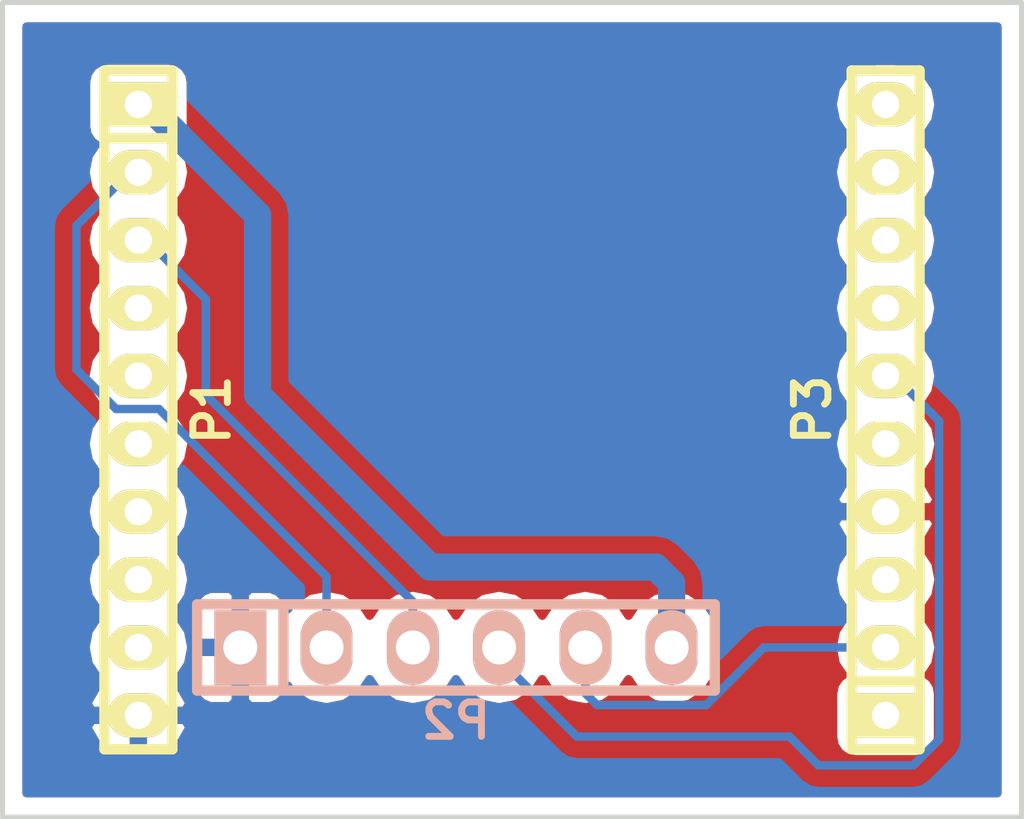
<source format=kicad_pcb>
(kicad_pcb (version 4) (host pcbnew 4.0.2+dfsg1-stable)

  (general
    (links 7)
    (no_connects 1)
    (area 135.924999 86.924999 166.075001 111.075001)
    (thickness 1.6)
    (drawings 4)
    (tracks 34)
    (zones 0)
    (modules 3)
    (nets 7)
  )

  (page A4)
  (layers
    (0 F.Cu signal)
    (31 B.Cu signal)
    (32 B.Adhes user)
    (33 F.Adhes user)
    (34 B.Paste user)
    (35 F.Paste user)
    (36 B.SilkS user)
    (37 F.SilkS user)
    (38 B.Mask user)
    (39 F.Mask user)
    (40 Dwgs.User user)
    (41 Cmts.User user)
    (42 Eco1.User user)
    (43 Eco2.User user)
    (44 Edge.Cuts user)
    (45 Margin user)
    (46 B.CrtYd user)
    (47 F.CrtYd user)
    (48 B.Fab user)
    (49 F.Fab user)
  )

  (setup
    (last_trace_width 0.25)
    (trace_clearance 0.2)
    (zone_clearance 0.508)
    (zone_45_only no)
    (trace_min 0.2)
    (segment_width 0.2)
    (edge_width 0.15)
    (via_size 0.8)
    (via_drill 0.6)
    (via_min_size 0.4)
    (via_min_drill 0.3)
    (uvia_size 0.3)
    (uvia_drill 0.1)
    (uvias_allowed no)
    (uvia_min_size 0.2)
    (uvia_min_drill 0.1)
    (pcb_text_width 0.3)
    (pcb_text_size 1.5 1.5)
    (mod_edge_width 0.15)
    (mod_text_size 1 1)
    (mod_text_width 0.15)
    (pad_size 1.524 1.524)
    (pad_drill 0.762)
    (pad_to_mask_clearance 0.2)
    (aux_axis_origin 0 0)
    (visible_elements FFFFFF7F)
    (pcbplotparams
      (layerselection 0x00030_80000001)
      (usegerberextensions false)
      (excludeedgelayer true)
      (linewidth 0.100000)
      (plotframeref false)
      (viasonmask false)
      (mode 1)
      (useauxorigin false)
      (hpglpennumber 1)
      (hpglpenspeed 20)
      (hpglpendiameter 15)
      (hpglpenoverlay 2)
      (psnegative false)
      (psa4output false)
      (plotreference true)
      (plotvalue true)
      (plotinvisibletext false)
      (padsonsilk false)
      (subtractmaskfromsilk false)
      (outputformat 1)
      (mirror false)
      (drillshape 1)
      (scaleselection 1)
      (outputdirectory ""))
  )

  (net 0 "")
  (net 1 +3V3)
  (net 2 /XBEE_DOUT)
  (net 3 /XBEE_DIN)
  (net 4 GND)
  (net 5 /XBEE_RTS)
  (net 6 /XBEE_CTS)

  (net_class Default "This is the default net class."
    (clearance 0.2)
    (trace_width 0.25)
    (via_dia 0.8)
    (via_drill 0.6)
    (uvia_dia 0.3)
    (uvia_drill 0.1)
    (add_net /XBEE_CTS)
    (add_net /XBEE_DIN)
    (add_net /XBEE_DOUT)
    (add_net /XBEE_RTS)
  )

  (net_class Power ""
    (clearance 0.2)
    (trace_width 0.8)
    (via_dia 1)
    (via_drill 0.8)
    (uvia_dia 0.3)
    (uvia_drill 0.1)
    (add_net +3V3)
    (add_net GND)
  )

  (module w_pin_strip:pin_socket_2mm_10 (layer F.Cu) (tedit 0) (tstamp 577FC92B)
    (at 140 99 270)
    (descr "Pin socket 2mm 10pin")
    (tags "CONN DEV")
    (path /577FC84A)
    (fp_text reference P1 (at 0 -2.159 270) (layer F.SilkS)
      (effects (font (size 1.016 1.016) (thickness 0.2032)))
    )
    (fp_text value CONN_01X10 (at 0.254 -3.556 270) (layer F.SilkS) hide
      (effects (font (size 1.016 0.889) (thickness 0.2032)))
    )
    (fp_line (start 10 -1) (end 10 1) (layer F.SilkS) (width 0.3048))
    (fp_line (start 10 1) (end -10 1) (layer F.SilkS) (width 0.3048))
    (fp_line (start -10 -1) (end 10 -1) (layer F.SilkS) (width 0.3048))
    (fp_line (start -10 1) (end -10 -1) (layer F.SilkS) (width 0.3048))
    (fp_line (start -8 -1) (end -8 1) (layer F.SilkS) (width 0.3048))
    (pad 1 thru_hole rect (at -9 0 270) (size 1.3 1.8) (drill 0.8) (layers *.Cu *.Mask F.SilkS)
      (net 1 +3V3))
    (pad 2 thru_hole oval (at -7 0 270) (size 1.3 1.8) (drill 0.8) (layers *.Cu *.Mask F.SilkS)
      (net 2 /XBEE_DOUT))
    (pad 3 thru_hole oval (at -5 0 270) (size 1.3 1.8) (drill 0.8) (layers *.Cu *.Mask F.SilkS)
      (net 3 /XBEE_DIN))
    (pad 4 thru_hole oval (at -3 0 270) (size 1.3 1.8) (drill 0.8) (layers *.Cu *.Mask F.SilkS))
    (pad 5 thru_hole oval (at -1 0 270) (size 1.3 1.8) (drill 0.8) (layers *.Cu *.Mask F.SilkS))
    (pad 6 thru_hole oval (at 1 0 270) (size 1.3 1.8) (drill 0.8) (layers *.Cu *.Mask F.SilkS))
    (pad 7 thru_hole oval (at 3 0 270) (size 1.3 1.8) (drill 0.8) (layers *.Cu *.Mask F.SilkS))
    (pad 8 thru_hole oval (at 5 0 270) (size 1.3 1.8) (drill 0.8) (layers *.Cu *.Mask F.SilkS))
    (pad 9 thru_hole oval (at 7 0 270) (size 1.3 1.8) (drill 0.8) (layers *.Cu *.Mask F.SilkS))
    (pad 10 thru_hole oval (at 9 0 270) (size 1.3 1.8) (drill 0.8) (layers *.Cu *.Mask F.SilkS)
      (net 4 GND))
    (model walter/pin_strip/pin_socket_2mm_10.wrl
      (at (xyz 0 0 0))
      (scale (xyz 1 1 1))
      (rotate (xyz 0 0 0))
    )
  )

  (module w_pin_strip:pin_socket_6 (layer B.Cu) (tedit 0) (tstamp 577FC935)
    (at 149.35 106)
    (descr "Pin socket 6pin")
    (tags "CONN DEV")
    (path /577FC8D9)
    (fp_text reference P2 (at 0 2.159) (layer B.SilkS)
      (effects (font (size 1.016 1.016) (thickness 0.2032)) (justify mirror))
    )
    (fp_text value CONN_01X06 (at 0.254 3.556) (layer B.SilkS) hide
      (effects (font (size 1.016 0.889) (thickness 0.2032)) (justify mirror))
    )
    (fp_line (start -5.08 1.27) (end -5.08 -1.27) (layer B.SilkS) (width 0.3048))
    (fp_line (start -7.62 -1.27) (end -7.62 1.27) (layer B.SilkS) (width 0.3048))
    (fp_line (start -7.62 1.27) (end 7.62 1.27) (layer B.SilkS) (width 0.3048))
    (fp_line (start 7.62 1.27) (end 7.62 -1.27) (layer B.SilkS) (width 0.3048))
    (fp_line (start 7.62 -1.27) (end -7.62 -1.27) (layer B.SilkS) (width 0.3048))
    (pad 1 thru_hole rect (at -6.35 0) (size 1.524 2.19964) (drill 1.00076) (layers *.Cu *.Mask B.SilkS)
      (net 4 GND))
    (pad 2 thru_hole oval (at -3.81 0) (size 1.524 2.19964) (drill 1.00076) (layers *.Cu *.Mask B.SilkS)
      (net 2 /XBEE_DOUT))
    (pad 3 thru_hole oval (at -1.27 0) (size 1.524 2.19964) (drill 1.00076) (layers *.Cu *.Mask B.SilkS)
      (net 3 /XBEE_DIN))
    (pad 4 thru_hole oval (at 1.27 0) (size 1.524 2.19964) (drill 1.00076) (layers *.Cu *.Mask B.SilkS)
      (net 5 /XBEE_RTS))
    (pad 5 thru_hole oval (at 3.81 0) (size 1.524 2.19964) (drill 1.00076) (layers *.Cu *.Mask B.SilkS)
      (net 6 /XBEE_CTS))
    (pad 6 thru_hole oval (at 6.35 0) (size 1.524 2.19964) (drill 1.00076) (layers *.Cu *.Mask B.SilkS)
      (net 1 +3V3))
    (model walter/pin_strip/pin_socket_6.wrl
      (at (xyz 0 0 0))
      (scale (xyz 1 1 1))
      (rotate (xyz 0 0 0))
    )
  )

  (module w_pin_strip:pin_socket_2mm_10 (layer F.Cu) (tedit 0) (tstamp 577FC943)
    (at 162 99 90)
    (descr "Pin socket 2mm 10pin")
    (tags "CONN DEV")
    (path /577FC819)
    (fp_text reference P3 (at 0 -2.159 90) (layer F.SilkS)
      (effects (font (size 1.016 1.016) (thickness 0.2032)))
    )
    (fp_text value CONN_01X10 (at 0.254 -3.556 90) (layer F.SilkS) hide
      (effects (font (size 1.016 0.889) (thickness 0.2032)))
    )
    (fp_line (start 10 -1) (end 10 1) (layer F.SilkS) (width 0.3048))
    (fp_line (start 10 1) (end -10 1) (layer F.SilkS) (width 0.3048))
    (fp_line (start -10 -1) (end 10 -1) (layer F.SilkS) (width 0.3048))
    (fp_line (start -10 1) (end -10 -1) (layer F.SilkS) (width 0.3048))
    (fp_line (start -8 -1) (end -8 1) (layer F.SilkS) (width 0.3048))
    (pad 1 thru_hole rect (at -9 0 90) (size 1.3 1.8) (drill 0.8) (layers *.Cu *.Mask F.SilkS))
    (pad 2 thru_hole oval (at -7 0 90) (size 1.3 1.8) (drill 0.8) (layers *.Cu *.Mask F.SilkS)
      (net 6 /XBEE_CTS))
    (pad 3 thru_hole oval (at -5 0 90) (size 1.3 1.8) (drill 0.8) (layers *.Cu *.Mask F.SilkS))
    (pad 4 thru_hole oval (at -3 0 90) (size 1.3 1.8) (drill 0.8) (layers *.Cu *.Mask F.SilkS)
      (net 4 GND))
    (pad 5 thru_hole oval (at -1 0 90) (size 1.3 1.8) (drill 0.8) (layers *.Cu *.Mask F.SilkS))
    (pad 6 thru_hole oval (at 1 0 90) (size 1.3 1.8) (drill 0.8) (layers *.Cu *.Mask F.SilkS)
      (net 5 /XBEE_RTS))
    (pad 7 thru_hole oval (at 3 0 90) (size 1.3 1.8) (drill 0.8) (layers *.Cu *.Mask F.SilkS))
    (pad 8 thru_hole oval (at 5 0 90) (size 1.3 1.8) (drill 0.8) (layers *.Cu *.Mask F.SilkS))
    (pad 9 thru_hole oval (at 7 0 90) (size 1.3 1.8) (drill 0.8) (layers *.Cu *.Mask F.SilkS))
    (pad 10 thru_hole oval (at 9 0 90) (size 1.3 1.8) (drill 0.8) (layers *.Cu *.Mask F.SilkS))
    (model walter/pin_strip/pin_socket_2mm_10.wrl
      (at (xyz 0 0 0))
      (scale (xyz 1 1 1))
      (rotate (xyz 0 0 0))
    )
  )

  (gr_line (start 136 111) (end 136 87) (layer Edge.Cuts) (width 0.15))
  (gr_line (start 166 111) (end 136 111) (layer Edge.Cuts) (width 0.15))
  (gr_line (start 166 87) (end 166 111) (layer Edge.Cuts) (width 0.15))
  (gr_line (start 136 87) (end 166 87) (layer Edge.Cuts) (width 0.15))

  (segment (start 143.51 98.552) (end 143.51 93.26) (width 0.8) (layer B.Cu) (net 1))
  (segment (start 143.51 93.26) (end 140.25 90) (width 0.8) (layer B.Cu) (net 1))
  (segment (start 140.25 90) (end 140 90) (width 0.8) (layer B.Cu) (net 1))
  (segment (start 148.59 103.632) (end 143.51 98.552) (width 0.8) (layer B.Cu) (net 1))
  (segment (start 155.23182 103.632) (end 148.59 103.632) (width 0.8) (layer B.Cu) (net 1))
  (segment (start 155.7 106) (end 155.7 104.10018) (width 0.8) (layer B.Cu) (net 1))
  (segment (start 155.7 104.10018) (end 155.23182 103.632) (width 0.8) (layer B.Cu) (net 1))
  (segment (start 138.176 97.804872) (end 138.176 93.574) (width 0.25) (layer B.Cu) (net 2))
  (segment (start 138.176 93.574) (end 139.75 92) (width 0.25) (layer B.Cu) (net 2))
  (segment (start 139.75 92) (end 140 92) (width 0.25) (layer B.Cu) (net 2))
  (segment (start 145.54 106) (end 145.54 103.911128) (width 0.25) (layer B.Cu) (net 2))
  (segment (start 140.603882 98.97501) (end 139.346138 98.97501) (width 0.25) (layer B.Cu) (net 2))
  (segment (start 145.54 103.911128) (end 140.603882 98.97501) (width 0.25) (layer B.Cu) (net 2))
  (segment (start 139.346138 98.97501) (end 138.176 97.804872) (width 0.25) (layer B.Cu) (net 2))
  (segment (start 141.986 98.55618) (end 141.986 95.736) (width 0.25) (layer B.Cu) (net 3))
  (segment (start 141.986 95.736) (end 140.25 94) (width 0.25) (layer B.Cu) (net 3))
  (segment (start 140.25 94) (end 140 94) (width 0.25) (layer B.Cu) (net 3))
  (segment (start 148.08 106) (end 148.08 104.65018) (width 0.25) (layer B.Cu) (net 3))
  (segment (start 148.08 104.65018) (end 141.986 98.55618) (width 0.25) (layer B.Cu) (net 3))
  (segment (start 150.62 106) (end 150.62 106.33782) (width 0.25) (layer B.Cu) (net 5))
  (segment (start 160.02 109.474) (end 162.814 109.474) (width 0.25) (layer B.Cu) (net 5))
  (segment (start 163.576 99.326) (end 162.25 98) (width 0.25) (layer B.Cu) (net 5))
  (segment (start 150.62 106.33782) (end 152.908 108.62582) (width 0.25) (layer B.Cu) (net 5))
  (segment (start 152.908 108.62582) (end 159.17182 108.62582) (width 0.25) (layer B.Cu) (net 5))
  (segment (start 159.17182 108.62582) (end 160.02 109.474) (width 0.25) (layer B.Cu) (net 5))
  (segment (start 162.25 98) (end 162 98) (width 0.25) (layer B.Cu) (net 5))
  (segment (start 162.814 109.474) (end 163.576 108.712) (width 0.25) (layer B.Cu) (net 5))
  (segment (start 163.576 108.712) (end 163.576 99.326) (width 0.25) (layer B.Cu) (net 5))
  (segment (start 156.718 107.696) (end 158.414 106) (width 0.25) (layer B.Cu) (net 6))
  (segment (start 158.414 106) (end 162 106) (width 0.25) (layer B.Cu) (net 6))
  (segment (start 153.50618 107.696) (end 156.718 107.696) (width 0.25) (layer B.Cu) (net 6))
  (segment (start 153.16 106) (end 153.16 107.34982) (width 0.25) (layer B.Cu) (net 6))
  (segment (start 153.16 107.34982) (end 153.50618 107.696) (width 0.25) (layer B.Cu) (net 6))
  (segment (start 162.25 106) (end 162 106) (width 0.25) (layer B.Cu) (net 6) (status 30))

  (zone (net 4) (net_name GND) (layer B.Cu) (tstamp 0) (hatch edge 0.508)
    (connect_pads (clearance 0.508))
    (min_thickness 0.254)
    (fill yes (arc_segments 16) (thermal_gap 0.508) (thermal_bridge_width 0.508))
    (polygon
      (pts
        (xy 136 87) (xy 166 87) (xy 166 111) (xy 136 111)
      )
    )
    (filled_polygon
      (pts
        (xy 165.29 110.29) (xy 136.71 110.29) (xy 136.71 108.325471) (xy 138.506901 108.325471) (xy 138.523333 108.420991)
        (xy 138.777814 108.85837) (xy 139.180301 109.16507) (xy 139.66952 109.294399) (xy 139.873 109.132303) (xy 139.873 108.127)
        (xy 140.127 108.127) (xy 140.127 109.132303) (xy 140.33048 109.294399) (xy 140.819699 109.16507) (xy 141.222186 108.85837)
        (xy 141.476667 108.420991) (xy 141.493099 108.325471) (xy 141.369067 108.127) (xy 140.127 108.127) (xy 139.873 108.127)
        (xy 138.630933 108.127) (xy 138.506901 108.325471) (xy 136.71 108.325471) (xy 136.71 93.574) (xy 137.416 93.574)
        (xy 137.416 97.804872) (xy 137.473852 98.095711) (xy 137.638599 98.342273) (xy 138.641625 99.345299) (xy 138.532743 99.508252)
        (xy 138.434928 100) (xy 138.532743 100.491748) (xy 138.811296 100.908632) (xy 138.948038 101) (xy 138.811296 101.091368)
        (xy 138.532743 101.508252) (xy 138.434928 102) (xy 138.532743 102.491748) (xy 138.811296 102.908632) (xy 138.948038 103)
        (xy 138.811296 103.091368) (xy 138.532743 103.508252) (xy 138.434928 104) (xy 138.532743 104.491748) (xy 138.811296 104.908632)
        (xy 138.948038 105) (xy 138.811296 105.091368) (xy 138.532743 105.508252) (xy 138.434928 106) (xy 138.532743 106.491748)
        (xy 138.811296 106.908632) (xy 138.956371 107.005568) (xy 138.777814 107.14163) (xy 138.523333 107.579009) (xy 138.506901 107.674529)
        (xy 138.630933 107.873) (xy 139.873 107.873) (xy 139.873 107.853) (xy 140.127 107.853) (xy 140.127 107.873)
        (xy 141.369067 107.873) (xy 141.493099 107.674529) (xy 141.476667 107.579009) (xy 141.222186 107.14163) (xy 141.043629 107.005568)
        (xy 141.188704 106.908632) (xy 141.467257 106.491748) (xy 141.508232 106.28575) (xy 141.603 106.28575) (xy 141.603 107.22613)
        (xy 141.699673 107.459519) (xy 141.878302 107.638147) (xy 142.111691 107.73482) (xy 142.71425 107.73482) (xy 142.873 107.57607)
        (xy 142.873 106.127) (xy 141.76175 106.127) (xy 141.603 106.28575) (xy 141.508232 106.28575) (xy 141.565072 106)
        (xy 141.467257 105.508252) (xy 141.188704 105.091368) (xy 141.051962 105) (xy 141.188704 104.908632) (xy 141.278749 104.77387)
        (xy 141.603 104.77387) (xy 141.603 105.71425) (xy 141.76175 105.873) (xy 142.873 105.873) (xy 142.873 104.42393)
        (xy 142.71425 104.26518) (xy 142.111691 104.26518) (xy 141.878302 104.361853) (xy 141.699673 104.540481) (xy 141.603 104.77387)
        (xy 141.278749 104.77387) (xy 141.467257 104.491748) (xy 141.565072 104) (xy 141.467257 103.508252) (xy 141.188704 103.091368)
        (xy 141.051962 103) (xy 141.188704 102.908632) (xy 141.467257 102.491748) (xy 141.565072 102) (xy 141.467257 101.508252)
        (xy 141.188704 101.091368) (xy 141.051962 101) (xy 141.188704 100.908632) (xy 141.298452 100.744382) (xy 144.78 104.22593)
        (xy 144.78 104.488135) (xy 144.552172 104.640365) (xy 144.397 104.872596) (xy 144.397 104.77387) (xy 144.300327 104.540481)
        (xy 144.121698 104.361853) (xy 143.888309 104.26518) (xy 143.28575 104.26518) (xy 143.127 104.42393) (xy 143.127 105.873)
        (xy 143.147 105.873) (xy 143.147 106.127) (xy 143.127 106.127) (xy 143.127 107.57607) (xy 143.28575 107.73482)
        (xy 143.888309 107.73482) (xy 144.121698 107.638147) (xy 144.300327 107.459519) (xy 144.397 107.22613) (xy 144.397 107.127404)
        (xy 144.552172 107.359635) (xy 145.005391 107.662467) (xy 145.54 107.768807) (xy 146.074609 107.662467) (xy 146.527828 107.359635)
        (xy 146.81 106.937336) (xy 147.092172 107.359635) (xy 147.545391 107.662467) (xy 148.08 107.768807) (xy 148.614609 107.662467)
        (xy 149.067828 107.359635) (xy 149.35 106.937336) (xy 149.632172 107.359635) (xy 150.085391 107.662467) (xy 150.62 107.768807)
        (xy 150.91709 107.709712) (xy 152.370599 109.163221) (xy 152.617161 109.327968) (xy 152.908 109.38582) (xy 158.857018 109.38582)
        (xy 159.482599 110.011401) (xy 159.729161 110.176148) (xy 160.02 110.234) (xy 162.814 110.234) (xy 163.104839 110.176148)
        (xy 163.351401 110.011401) (xy 164.113401 109.249401) (xy 164.278148 109.002839) (xy 164.336 108.712) (xy 164.336 99.326)
        (xy 164.289769 99.093581) (xy 164.278148 99.03516) (xy 164.113401 98.788599) (xy 163.525209 98.200407) (xy 163.565072 98)
        (xy 163.467257 97.508252) (xy 163.188704 97.091368) (xy 163.051962 97) (xy 163.188704 96.908632) (xy 163.467257 96.491748)
        (xy 163.565072 96) (xy 163.467257 95.508252) (xy 163.188704 95.091368) (xy 163.051962 95) (xy 163.188704 94.908632)
        (xy 163.467257 94.491748) (xy 163.565072 94) (xy 163.467257 93.508252) (xy 163.188704 93.091368) (xy 163.051962 93)
        (xy 163.188704 92.908632) (xy 163.467257 92.491748) (xy 163.565072 92) (xy 163.467257 91.508252) (xy 163.188704 91.091368)
        (xy 163.051962 91) (xy 163.188704 90.908632) (xy 163.467257 90.491748) (xy 163.565072 90) (xy 163.467257 89.508252)
        (xy 163.188704 89.091368) (xy 162.77182 88.812815) (xy 162.280072 88.715) (xy 161.719928 88.715) (xy 161.22818 88.812815)
        (xy 160.811296 89.091368) (xy 160.532743 89.508252) (xy 160.434928 90) (xy 160.532743 90.491748) (xy 160.811296 90.908632)
        (xy 160.948038 91) (xy 160.811296 91.091368) (xy 160.532743 91.508252) (xy 160.434928 92) (xy 160.532743 92.491748)
        (xy 160.811296 92.908632) (xy 160.948038 93) (xy 160.811296 93.091368) (xy 160.532743 93.508252) (xy 160.434928 94)
        (xy 160.532743 94.491748) (xy 160.811296 94.908632) (xy 160.948038 95) (xy 160.811296 95.091368) (xy 160.532743 95.508252)
        (xy 160.434928 96) (xy 160.532743 96.491748) (xy 160.811296 96.908632) (xy 160.948038 97) (xy 160.811296 97.091368)
        (xy 160.532743 97.508252) (xy 160.434928 98) (xy 160.532743 98.491748) (xy 160.811296 98.908632) (xy 160.948038 99)
        (xy 160.811296 99.091368) (xy 160.532743 99.508252) (xy 160.434928 100) (xy 160.532743 100.491748) (xy 160.811296 100.908632)
        (xy 160.956371 101.005568) (xy 160.777814 101.14163) (xy 160.523333 101.579009) (xy 160.506901 101.674529) (xy 160.630933 101.873)
        (xy 161.873 101.873) (xy 161.873 101.853) (xy 162.127 101.853) (xy 162.127 101.873) (xy 162.147 101.873)
        (xy 162.147 102.127) (xy 162.127 102.127) (xy 162.127 102.147) (xy 161.873 102.147) (xy 161.873 102.127)
        (xy 160.630933 102.127) (xy 160.506901 102.325471) (xy 160.523333 102.420991) (xy 160.777814 102.85837) (xy 160.956371 102.994432)
        (xy 160.811296 103.091368) (xy 160.532743 103.508252) (xy 160.434928 104) (xy 160.532743 104.491748) (xy 160.811296 104.908632)
        (xy 160.948038 105) (xy 160.811296 105.091368) (xy 160.711983 105.24) (xy 158.414 105.24) (xy 158.12316 105.297852)
        (xy 157.876599 105.462599) (xy 157.097 106.242198) (xy 157.097 105.628193) (xy 156.99066 105.093584) (xy 156.735 104.710963)
        (xy 156.735 104.100185) (xy 156.735001 104.10018) (xy 156.656215 103.704103) (xy 156.431856 103.368324) (xy 156.431853 103.368322)
        (xy 155.963676 102.900144) (xy 155.627897 102.675785) (xy 155.23182 102.596999) (xy 155.231815 102.597) (xy 149.018711 102.597)
        (xy 144.545 98.123288) (xy 144.545 93.260005) (xy 144.545001 93.26) (xy 144.466215 92.863922) (xy 144.358121 92.702148)
        (xy 144.241856 92.528144) (xy 144.241853 92.528142) (xy 141.54744 89.833728) (xy 141.54744 89.35) (xy 141.503162 89.114683)
        (xy 141.36409 88.898559) (xy 141.15189 88.753569) (xy 140.9 88.70256) (xy 139.1 88.70256) (xy 138.864683 88.746838)
        (xy 138.648559 88.88591) (xy 138.503569 89.09811) (xy 138.45256 89.35) (xy 138.45256 90.65) (xy 138.496838 90.885317)
        (xy 138.63591 91.101441) (xy 138.751701 91.180558) (xy 138.532743 91.508252) (xy 138.434928 92) (xy 138.474791 92.200407)
        (xy 137.638599 93.036599) (xy 137.473852 93.283161) (xy 137.416 93.574) (xy 136.71 93.574) (xy 136.71 87.71)
        (xy 165.29 87.71)
      )
    )
  )
  (zone (net 4) (net_name GND) (layer F.Cu) (tstamp 0) (hatch edge 0.508)
    (connect_pads (clearance 0.508))
    (min_thickness 0.254)
    (fill yes (arc_segments 16) (thermal_gap 0.508) (thermal_bridge_width 0.508))
    (polygon
      (pts
        (xy 136 87) (xy 166 87) (xy 166 111) (xy 136 111)
      )
    )
    (filled_polygon
      (pts
        (xy 165.29 110.29) (xy 136.71 110.29) (xy 136.71 108.325471) (xy 138.506901 108.325471) (xy 138.523333 108.420991)
        (xy 138.777814 108.85837) (xy 139.180301 109.16507) (xy 139.66952 109.294399) (xy 139.873 109.132303) (xy 139.873 108.127)
        (xy 140.127 108.127) (xy 140.127 109.132303) (xy 140.33048 109.294399) (xy 140.819699 109.16507) (xy 141.222186 108.85837)
        (xy 141.476667 108.420991) (xy 141.493099 108.325471) (xy 141.369067 108.127) (xy 140.127 108.127) (xy 139.873 108.127)
        (xy 138.630933 108.127) (xy 138.506901 108.325471) (xy 136.71 108.325471) (xy 136.71 92) (xy 138.434928 92)
        (xy 138.532743 92.491748) (xy 138.811296 92.908632) (xy 138.948038 93) (xy 138.811296 93.091368) (xy 138.532743 93.508252)
        (xy 138.434928 94) (xy 138.532743 94.491748) (xy 138.811296 94.908632) (xy 138.948038 95) (xy 138.811296 95.091368)
        (xy 138.532743 95.508252) (xy 138.434928 96) (xy 138.532743 96.491748) (xy 138.811296 96.908632) (xy 138.948038 97)
        (xy 138.811296 97.091368) (xy 138.532743 97.508252) (xy 138.434928 98) (xy 138.532743 98.491748) (xy 138.811296 98.908632)
        (xy 138.948038 99) (xy 138.811296 99.091368) (xy 138.532743 99.508252) (xy 138.434928 100) (xy 138.532743 100.491748)
        (xy 138.811296 100.908632) (xy 138.948038 101) (xy 138.811296 101.091368) (xy 138.532743 101.508252) (xy 138.434928 102)
        (xy 138.532743 102.491748) (xy 138.811296 102.908632) (xy 138.948038 103) (xy 138.811296 103.091368) (xy 138.532743 103.508252)
        (xy 138.434928 104) (xy 138.532743 104.491748) (xy 138.811296 104.908632) (xy 138.948038 105) (xy 138.811296 105.091368)
        (xy 138.532743 105.508252) (xy 138.434928 106) (xy 138.532743 106.491748) (xy 138.811296 106.908632) (xy 138.956371 107.005568)
        (xy 138.777814 107.14163) (xy 138.523333 107.579009) (xy 138.506901 107.674529) (xy 138.630933 107.873) (xy 139.873 107.873)
        (xy 139.873 107.853) (xy 140.127 107.853) (xy 140.127 107.873) (xy 141.369067 107.873) (xy 141.493099 107.674529)
        (xy 141.476667 107.579009) (xy 141.222186 107.14163) (xy 141.043629 107.005568) (xy 141.188704 106.908632) (xy 141.467257 106.491748)
        (xy 141.508232 106.28575) (xy 141.603 106.28575) (xy 141.603 107.22613) (xy 141.699673 107.459519) (xy 141.878302 107.638147)
        (xy 142.111691 107.73482) (xy 142.71425 107.73482) (xy 142.873 107.57607) (xy 142.873 106.127) (xy 141.76175 106.127)
        (xy 141.603 106.28575) (xy 141.508232 106.28575) (xy 141.565072 106) (xy 141.467257 105.508252) (xy 141.188704 105.091368)
        (xy 141.051962 105) (xy 141.188704 104.908632) (xy 141.278749 104.77387) (xy 141.603 104.77387) (xy 141.603 105.71425)
        (xy 141.76175 105.873) (xy 142.873 105.873) (xy 142.873 104.42393) (xy 143.127 104.42393) (xy 143.127 105.873)
        (xy 143.147 105.873) (xy 143.147 106.127) (xy 143.127 106.127) (xy 143.127 107.57607) (xy 143.28575 107.73482)
        (xy 143.888309 107.73482) (xy 144.121698 107.638147) (xy 144.300327 107.459519) (xy 144.397 107.22613) (xy 144.397 107.127404)
        (xy 144.552172 107.359635) (xy 145.005391 107.662467) (xy 145.54 107.768807) (xy 146.074609 107.662467) (xy 146.527828 107.359635)
        (xy 146.81 106.937336) (xy 147.092172 107.359635) (xy 147.545391 107.662467) (xy 148.08 107.768807) (xy 148.614609 107.662467)
        (xy 149.067828 107.359635) (xy 149.35 106.937336) (xy 149.632172 107.359635) (xy 150.085391 107.662467) (xy 150.62 107.768807)
        (xy 151.154609 107.662467) (xy 151.607828 107.359635) (xy 151.89 106.937336) (xy 152.172172 107.359635) (xy 152.625391 107.662467)
        (xy 153.16 107.768807) (xy 153.694609 107.662467) (xy 154.147828 107.359635) (xy 154.43 106.937336) (xy 154.712172 107.359635)
        (xy 155.165391 107.662467) (xy 155.7 107.768807) (xy 156.234609 107.662467) (xy 156.687828 107.359635) (xy 156.99066 106.906416)
        (xy 157.097 106.371807) (xy 157.097 105.628193) (xy 156.99066 105.093584) (xy 156.687828 104.640365) (xy 156.234609 104.337533)
        (xy 155.7 104.231193) (xy 155.165391 104.337533) (xy 154.712172 104.640365) (xy 154.43 105.062664) (xy 154.147828 104.640365)
        (xy 153.694609 104.337533) (xy 153.16 104.231193) (xy 152.625391 104.337533) (xy 152.172172 104.640365) (xy 151.89 105.062664)
        (xy 151.607828 104.640365) (xy 151.154609 104.337533) (xy 150.62 104.231193) (xy 150.085391 104.337533) (xy 149.632172 104.640365)
        (xy 149.35 105.062664) (xy 149.067828 104.640365) (xy 148.614609 104.337533) (xy 148.08 104.231193) (xy 147.545391 104.337533)
        (xy 147.092172 104.640365) (xy 146.81 105.062664) (xy 146.527828 104.640365) (xy 146.074609 104.337533) (xy 145.54 104.231193)
        (xy 145.005391 104.337533) (xy 144.552172 104.640365) (xy 144.397 104.872596) (xy 144.397 104.77387) (xy 144.300327 104.540481)
        (xy 144.121698 104.361853) (xy 143.888309 104.26518) (xy 143.28575 104.26518) (xy 143.127 104.42393) (xy 142.873 104.42393)
        (xy 142.71425 104.26518) (xy 142.111691 104.26518) (xy 141.878302 104.361853) (xy 141.699673 104.540481) (xy 141.603 104.77387)
        (xy 141.278749 104.77387) (xy 141.467257 104.491748) (xy 141.565072 104) (xy 160.434928 104) (xy 160.532743 104.491748)
        (xy 160.811296 104.908632) (xy 160.948038 105) (xy 160.811296 105.091368) (xy 160.532743 105.508252) (xy 160.434928 106)
        (xy 160.532743 106.491748) (xy 160.751747 106.81951) (xy 160.648559 106.88591) (xy 160.503569 107.09811) (xy 160.45256 107.35)
        (xy 160.45256 108.65) (xy 160.496838 108.885317) (xy 160.63591 109.101441) (xy 160.84811 109.246431) (xy 161.1 109.29744)
        (xy 162.9 109.29744) (xy 163.135317 109.253162) (xy 163.351441 109.11409) (xy 163.496431 108.90189) (xy 163.54744 108.65)
        (xy 163.54744 107.35) (xy 163.503162 107.114683) (xy 163.36409 106.898559) (xy 163.248299 106.819442) (xy 163.467257 106.491748)
        (xy 163.565072 106) (xy 163.467257 105.508252) (xy 163.188704 105.091368) (xy 163.051962 105) (xy 163.188704 104.908632)
        (xy 163.467257 104.491748) (xy 163.565072 104) (xy 163.467257 103.508252) (xy 163.188704 103.091368) (xy 163.043629 102.994432)
        (xy 163.222186 102.85837) (xy 163.476667 102.420991) (xy 163.493099 102.325471) (xy 163.369067 102.127) (xy 162.127 102.127)
        (xy 162.127 102.147) (xy 161.873 102.147) (xy 161.873 102.127) (xy 160.630933 102.127) (xy 160.506901 102.325471)
        (xy 160.523333 102.420991) (xy 160.777814 102.85837) (xy 160.956371 102.994432) (xy 160.811296 103.091368) (xy 160.532743 103.508252)
        (xy 160.434928 104) (xy 141.565072 104) (xy 141.467257 103.508252) (xy 141.188704 103.091368) (xy 141.051962 103)
        (xy 141.188704 102.908632) (xy 141.467257 102.491748) (xy 141.565072 102) (xy 141.467257 101.508252) (xy 141.188704 101.091368)
        (xy 141.051962 101) (xy 141.188704 100.908632) (xy 141.467257 100.491748) (xy 141.565072 100) (xy 141.467257 99.508252)
        (xy 141.188704 99.091368) (xy 141.051962 99) (xy 141.188704 98.908632) (xy 141.467257 98.491748) (xy 141.565072 98)
        (xy 141.467257 97.508252) (xy 141.188704 97.091368) (xy 141.051962 97) (xy 141.188704 96.908632) (xy 141.467257 96.491748)
        (xy 141.565072 96) (xy 141.467257 95.508252) (xy 141.188704 95.091368) (xy 141.051962 95) (xy 141.188704 94.908632)
        (xy 141.467257 94.491748) (xy 141.565072 94) (xy 141.467257 93.508252) (xy 141.188704 93.091368) (xy 141.051962 93)
        (xy 141.188704 92.908632) (xy 141.467257 92.491748) (xy 141.565072 92) (xy 141.467257 91.508252) (xy 141.248253 91.18049)
        (xy 141.351441 91.11409) (xy 141.496431 90.90189) (xy 141.54744 90.65) (xy 141.54744 90) (xy 160.434928 90)
        (xy 160.532743 90.491748) (xy 160.811296 90.908632) (xy 160.948038 91) (xy 160.811296 91.091368) (xy 160.532743 91.508252)
        (xy 160.434928 92) (xy 160.532743 92.491748) (xy 160.811296 92.908632) (xy 160.948038 93) (xy 160.811296 93.091368)
        (xy 160.532743 93.508252) (xy 160.434928 94) (xy 160.532743 94.491748) (xy 160.811296 94.908632) (xy 160.948038 95)
        (xy 160.811296 95.091368) (xy 160.532743 95.508252) (xy 160.434928 96) (xy 160.532743 96.491748) (xy 160.811296 96.908632)
        (xy 160.948038 97) (xy 160.811296 97.091368) (xy 160.532743 97.508252) (xy 160.434928 98) (xy 160.532743 98.491748)
        (xy 160.811296 98.908632) (xy 160.948038 99) (xy 160.811296 99.091368) (xy 160.532743 99.508252) (xy 160.434928 100)
        (xy 160.532743 100.491748) (xy 160.811296 100.908632) (xy 160.956371 101.005568) (xy 160.777814 101.14163) (xy 160.523333 101.579009)
        (xy 160.506901 101.674529) (xy 160.630933 101.873) (xy 161.873 101.873) (xy 161.873 101.853) (xy 162.127 101.853)
        (xy 162.127 101.873) (xy 163.369067 101.873) (xy 163.493099 101.674529) (xy 163.476667 101.579009) (xy 163.222186 101.14163)
        (xy 163.043629 101.005568) (xy 163.188704 100.908632) (xy 163.467257 100.491748) (xy 163.565072 100) (xy 163.467257 99.508252)
        (xy 163.188704 99.091368) (xy 163.051962 99) (xy 163.188704 98.908632) (xy 163.467257 98.491748) (xy 163.565072 98)
        (xy 163.467257 97.508252) (xy 163.188704 97.091368) (xy 163.051962 97) (xy 163.188704 96.908632) (xy 163.467257 96.491748)
        (xy 163.565072 96) (xy 163.467257 95.508252) (xy 163.188704 95.091368) (xy 163.051962 95) (xy 163.188704 94.908632)
        (xy 163.467257 94.491748) (xy 163.565072 94) (xy 163.467257 93.508252) (xy 163.188704 93.091368) (xy 163.051962 93)
        (xy 163.188704 92.908632) (xy 163.467257 92.491748) (xy 163.565072 92) (xy 163.467257 91.508252) (xy 163.188704 91.091368)
        (xy 163.051962 91) (xy 163.188704 90.908632) (xy 163.467257 90.491748) (xy 163.565072 90) (xy 163.467257 89.508252)
        (xy 163.188704 89.091368) (xy 162.77182 88.812815) (xy 162.280072 88.715) (xy 161.719928 88.715) (xy 161.22818 88.812815)
        (xy 160.811296 89.091368) (xy 160.532743 89.508252) (xy 160.434928 90) (xy 141.54744 90) (xy 141.54744 89.35)
        (xy 141.503162 89.114683) (xy 141.36409 88.898559) (xy 141.15189 88.753569) (xy 140.9 88.70256) (xy 139.1 88.70256)
        (xy 138.864683 88.746838) (xy 138.648559 88.88591) (xy 138.503569 89.09811) (xy 138.45256 89.35) (xy 138.45256 90.65)
        (xy 138.496838 90.885317) (xy 138.63591 91.101441) (xy 138.751701 91.180558) (xy 138.532743 91.508252) (xy 138.434928 92)
        (xy 136.71 92) (xy 136.71 87.71) (xy 165.29 87.71)
      )
    )
  )
)

</source>
